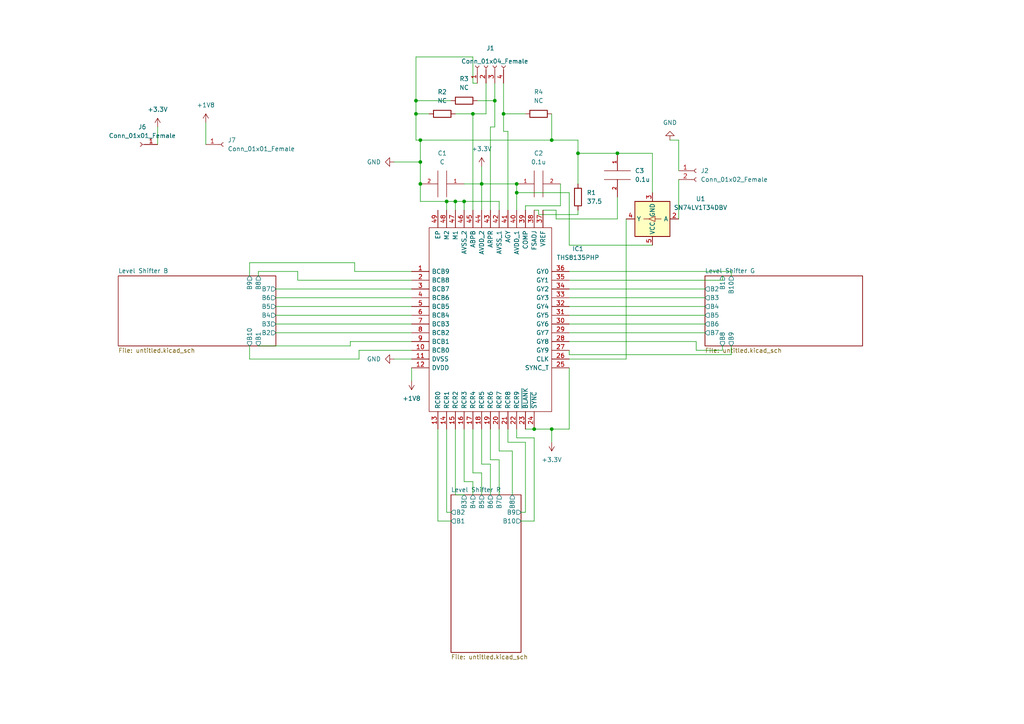
<source format=kicad_sch>
(kicad_sch (version 20211123) (generator eeschema)
  (paper "A4")
  (lib_symbols
    (symbol "Connector:Conn_01x01_Female" (pin_names (offset 1.016) hide)
      (property "Reference" "J" (at 0 2.54 0))
      (property "Value" "Conn_01x01_Female" (at 0 -2.54 0))
      (symbol "Conn_01x01_Female_1_1"
        (polyline (pts (xy -1.27 0) (xy -0.508 0)) (stroke (width 0.1524)))
        (arc (start 0 0.508) (mid -0.508 0) (end 0 -0.508) (stroke (width 0.1524)))
        (pin passive line (at -5.08 0 0) (length 3.81) (name "Pin_1") (number "1"))
      )
    )
    (symbol "Connector:Conn_01x02_Female" (pin_names (offset 1.016) hide)
      (property "Reference" "J" (at 0 2.54 0))
      (property "Value" "Conn_01x02_Female" (at 0 -5.08 0))
      (symbol "Conn_01x02_Female_1_1"
        (arc (start 0 -2.032) (mid -0.508 -2.54) (end 0 -3.048) (stroke (width 0.1524)))
        (polyline (pts (xy -1.27 -2.54) (xy -0.508 -2.54)) (stroke (width 0.1524)))
        (polyline (pts (xy -1.27 0) (xy -0.508 0)) (stroke (width 0.1524)))
        (arc (start 0 0.508) (mid -0.508 0) (end 0 -0.508) (stroke (width 0.1524)))
        (pin passive line (at -5.08 0 0) (length 3.81) (name "Pin_1") (number "1"))
        (pin passive line (at -5.08 -2.54 0) (length 3.81) (name "Pin_2") (number "2"))
      )
    )
    (symbol "Connector:Conn_01x04_Female" (pin_names (offset 1.016) hide)
      (property "Reference" "J" (at 0 5.08 0))
      (property "Value" "Conn_01x04_Female" (at 0 -7.62 0))
      (symbol "Conn_01x04_Female_1_1"
        (arc (start 0 -4.572) (mid -0.508 -5.08) (end 0 -5.588) (stroke (width 0.1524)))
        (arc (start 0 -2.032) (mid -0.508 -2.54) (end 0 -3.048) (stroke (width 0.1524)))
        (polyline (pts (xy -1.27 -5.08) (xy -0.508 -5.08)) (stroke (width 0.1524)))
        (polyline (pts (xy -1.27 -2.54) (xy -0.508 -2.54)) (stroke (width 0.1524)))
        (polyline (pts (xy -1.27 0) (xy -0.508 0)) (stroke (width 0.1524)))
        (polyline (pts (xy -1.27 2.54) (xy -0.508 2.54)) (stroke (width 0.1524)))
        (arc (start 0 0.508) (mid -0.508 0) (end 0 -0.508) (stroke (width 0.1524)))
        (arc (start 0 3.048) (mid -0.508 2.54) (end 0 2.032) (stroke (width 0.1524)))
        (pin passive line (at -5.08 2.54 0) (length 3.81) (name "Pin_1") (number "1"))
        (pin passive line (at -5.08 0 0) (length 3.81) (name "Pin_2") (number "2"))
        (pin passive line (at -5.08 -2.54 0) (length 3.81) (name "Pin_3") (number "3"))
        (pin passive line (at -5.08 -5.08 0) (length 3.81) (name "Pin_4") (number "4"))
      )
    )
    (symbol "Device:R" (pin_numbers hide) (pin_names (offset 0))
      (property "Reference" "R" (at 2.032 0 90))
      (property "Value" "R" (at 0 0 90))
      (symbol "R_0_1"
        (rectangle (start -1.016 -2.54) (end 1.016 2.54) (stroke (width 0.254)))
      )
      (symbol "R_1_1"
        (pin passive line (at 0 3.81 270) (length 1.27) (name "~") (number "1"))
        (pin passive line (at 0 -3.81 90) (length 1.27) (name "~") (number "2"))
      )
    )
    (symbol "Logic_LevelTranslator:SN74LV1T34DBV"
      (property "Reference" "U" (at 5.08 6.35 0))
      (property "Value" "SN74LV1T34DBV" (at 5.08 3.81 0))
      (symbol "SN74LV1T34DBV_0_1"
        (rectangle (start -5.08 5.08) (end 5.08 -5.08) (stroke (width 0.254)) (fill (type background)))
        (polyline (pts (xy -0.762 0) (xy -2.54 0)))
        (polyline (pts (xy 1.016 0) (xy 2.54 0)))
      )
      (symbol "SN74LV1T34DBV_1_1"
        (polyline (pts (xy -0.762 -0.762) (xy -0.762 0.762) (xy 1.016 0) (xy -0.762 -0.762)))
        (pin no_connect line (at -5.08 2.54 0) (length 2.54) hide (name "NC") (number "1"))
        (pin input line (at -7.62 0 0) (length 2.54) (name "A") (number "2"))
        (pin power_in line (at 0 -7.62 90) (length 2.54) (name "GND") (number "3"))
        (pin output line (at 7.62 0 180) (length 2.54) (name "Y") (number "4"))
        (pin power_in line (at 0 7.62 270) (length 2.54) (name "VCC") (number "5"))
      )
    )
    (symbol "THS8135PHP:THS8135PHP" (pin_names (offset 0.762))
      (property "Reference" "IC" (at 41.91 17.78 0))
      (property "Value" "THS8135PHP" (at 41.91 15.24 0))
      (symbol "THS8135PHP_0_0"
        (pin passive line (at 0 0 0) (length 5.08) (name "BCB9") (number "1"))
        (pin passive line (at 0 -22.86 0) (length 5.08) (name "BCB0") (number "10"))
        (pin passive line (at 0 -25.4 0) (length 5.08) (name "DVSS") (number "11"))
        (pin passive line (at 0 -27.94 0) (length 5.08) (name "DVDD") (number "12"))
        (pin passive line (at 7.62 -45.72 90) (length 5.08) (name "RCR0") (number "13"))
        (pin passive line (at 10.16 -45.72 90) (length 5.08) (name "RCR1") (number "14"))
        (pin passive line (at 12.7 -45.72 90) (length 5.08) (name "RCR2") (number "15"))
        (pin passive line (at 15.24 -45.72 90) (length 5.08) (name "RCR3") (number "16"))
        (pin passive line (at 17.78 -45.72 90) (length 5.08) (name "RCR4") (number "17"))
        (pin passive line (at 20.32 -45.72 90) (length 5.08) (name "RCR5") (number "18"))
        (pin passive line (at 22.86 -45.72 90) (length 5.08) (name "RCR6") (number "19"))
        (pin passive line (at 0 -2.54 0) (length 5.08) (name "BCB8") (number "2"))
        (pin passive line (at 25.4 -45.72 90) (length 5.08) (name "RCR7") (number "20"))
        (pin passive line (at 27.94 -45.72 90) (length 5.08) (name "RCR8") (number "21"))
        (pin passive line (at 30.48 -45.72 90) (length 5.08) (name "RCR9") (number "22"))
        (pin passive line (at 33.02 -45.72 90) (length 5.08) (name "~{BLANK}") (number "23"))
        (pin passive line (at 35.56 -45.72 90) (length 5.08) (name "~{SYNC}") (number "24"))
        (pin passive line (at 45.72 -27.94 180) (length 5.08) (name "SYNC_T") (number "25"))
        (pin passive line (at 45.72 -25.4 180) (length 5.08) (name "CLK") (number "26"))
        (pin passive line (at 45.72 -22.86 180) (length 5.08) (name "GY9") (number "27"))
        (pin passive line (at 45.72 -20.32 180) (length 5.08) (name "GY8") (number "28"))
        (pin passive line (at 45.72 -17.78 180) (length 5.08) (name "GY7") (number "29"))
        (pin passive line (at 0 -5.08 0) (length 5.08) (name "BCB7") (number "3"))
        (pin passive line (at 45.72 -15.24 180) (length 5.08) (name "GY6") (number "30"))
        (pin passive line (at 45.72 -12.7 180) (length 5.08) (name "GY5") (number "31"))
        (pin passive line (at 45.72 -10.16 180) (length 5.08) (name "GY4") (number "32"))
        (pin passive line (at 45.72 -7.62 180) (length 5.08) (name "GY3") (number "33"))
        (pin passive line (at 45.72 -5.08 180) (length 5.08) (name "GY2") (number "34"))
        (pin passive line (at 45.72 -2.54 180) (length 5.08) (name "GY1") (number "35"))
        (pin passive line (at 45.72 0 180) (length 5.08) (name "GY0") (number "36"))
        (pin passive line (at 38.1 17.78 270) (length 5.08) (name "VREF") (number "37"))
        (pin passive line (at 35.56 17.78 270) (length 5.08) (name "FSADJ") (number "38"))
        (pin passive line (at 33.02 17.78 270) (length 5.08) (name "COMP") (number "39"))
        (pin passive line (at 0 -7.62 0) (length 5.08) (name "BCB6") (number "4"))
        (pin passive line (at 30.48 17.78 270) (length 5.08) (name "AVDD_1") (number "40"))
        (pin passive line (at 27.94 17.78 270) (length 5.08) (name "AGY") (number "41"))
        (pin passive line (at 25.4 17.78 270) (length 5.08) (name "AVSS_1") (number "42"))
        (pin passive line (at 22.86 17.78 270) (length 5.08) (name "ARPR") (number "43"))
        (pin passive line (at 20.32 17.78 270) (length 5.08) (name "AVDD_2") (number "44"))
        (pin passive line (at 17.78 17.78 270) (length 5.08) (name "ABPB") (number "45"))
        (pin passive line (at 15.24 17.78 270) (length 5.08) (name "AVSS_2") (number "46"))
        (pin passive line (at 12.7 17.78 270) (length 5.08) (name "M1") (number "47"))
        (pin passive line (at 10.16 17.78 270) (length 5.08) (name "M2") (number "48"))
        (pin passive line (at 7.62 17.78 270) (length 5.08) (name "EP") (number "49"))
        (pin passive line (at 0 -10.16 0) (length 5.08) (name "BCB5") (number "5"))
        (pin passive line (at 0 -12.7 0) (length 5.08) (name "BCB4") (number "6"))
        (pin passive line (at 0 -15.24 0) (length 5.08) (name "BCB3") (number "7"))
        (pin passive line (at 0 -17.78 0) (length 5.08) (name "BCB2") (number "8"))
        (pin passive line (at 0 -20.32 0) (length 5.08) (name "BCB1") (number "9"))
      )
      (symbol "THS8135PHP_0_1"
        (polyline (pts (xy 5.08 12.7) (xy 40.64 12.7) (xy 40.64 -40.64) (xy 5.08 -40.64) (xy 5.08 12.7)) (stroke (width 0.1524)))
      )
    )
    (symbol "power:+1V8" (power) (pin_names (offset 0))
      (property "Value" "+1V8" (at 0 3.556 0))
      (symbol "+1V8_0_1"
        (polyline (pts (xy -0.762 1.27) (xy 0 2.54)))
        (polyline (pts (xy 0 0) (xy 0 2.54)))
        (polyline (pts (xy 0 2.54) (xy 0.762 1.27)))
      )
      (symbol "+1V8_1_1"
        (pin power_in line (at 0 0 90) (length 0) hide (name "+1V8") (number "1"))
      )
    )
    (symbol "power:+3.3V" (power) (pin_names (offset 0))
      (property "Value" "+3.3V" (at 0 3.556 0))
      (symbol "+3.3V_0_1"
        (polyline (pts (xy -0.762 1.27) (xy 0 2.54)))
        (polyline (pts (xy 0 0) (xy 0 2.54)))
        (polyline (pts (xy 0 2.54) (xy 0.762 1.27)))
      )
      (symbol "+3.3V_1_1"
        (pin power_in line (at 0 0 90) (length 0) hide (name "+3.3V") (number "1"))
      )
    )
    (symbol "power:GND" (power) (pin_names (offset 0))
      (property "Value" "GND" (at 0 -3.81 0))
      (symbol "GND_0_1"
        (polyline (pts (xy 0 0) (xy 0 -1.27) (xy 1.27 -1.27) (xy 0 -2.54) (xy -1.27 -1.27) (xy 0 -1.27)))
      )
      (symbol "GND_1_1"
        (pin power_in line (at 0 0 270) (length 0) hide (name "GND") (number "1"))
      )
    )
    (symbol "pspice:C" (pin_names (offset 0.254))
      (property "Reference" "C" (at 2.54 3.81 90))
      (property "Value" "C" (at 2.54 -3.81 90))
      (symbol "C_0_1"
        (polyline (pts (xy -3.81 -1.27) (xy 3.81 -1.27)))
        (polyline (pts (xy -3.81 1.27) (xy 3.81 1.27)))
      )
      (symbol "C_1_1"
        (pin passive line (at 0 6.35 270) (length 5.08) (name "~") (number "1"))
        (pin passive line (at 0 -6.35 90) (length 5.08) (name "~") (number "2"))
      )
    )
  )
  (junction (at 146.05 33.02))
  (junction (at 120.65 33.02))
  (junction (at 160.02 124.46))
  (junction (at 139.7 53.34))
  (junction (at 149.86 55.88))
  (junction (at 160.02 40.64))
  (junction (at 179.07 44.45))
  (junction (at 132.08 58.42))
  (junction (at 121.92 46.99))
  (junction (at 129.54 58.42))
  (junction (at 137.16 33.02))
  (junction (at 149.86 53.34))
  (junction (at 154.94 124.46))
  (junction (at 120.65 29.21))
  (junction (at 143.51 29.21))
  (junction (at 134.62 58.42))
  (junction (at 167.64 44.45))
  (junction (at 121.92 40.64))
  (junction (at 121.92 53.34))
  (wire (pts (xy 120.65 40.64) (xy 121.92 40.64)))
  (wire (pts (xy 121.92 40.64) (xy 121.92 46.99)))
  (wire (pts (xy 146.05 33.02) (xy 152.4 33.02)))
  (wire (pts (xy 80.01 88.9) (xy 119.38 88.9)))
  (wire (pts (xy 72.39 104.14) (xy 104.14 104.14)))
  (wire (pts (xy 167.64 40.64) (xy 160.02 40.64)))
  (wire (pts (xy 134.62 58.42) (xy 132.08 58.42)))
  (wire (pts (xy 152.4 148.59) (xy 152.4 128.27)))
  (wire (pts (xy 152.4 128.27) (xy 147.32 128.27)))
  (wire (pts (xy 119.38 104.14) (xy 114.3 104.14)))
  (wire (pts (xy 45.72 36.83) (xy 45.72 41.91)))
  (wire (pts (xy 132.08 33.02) (xy 137.16 33.02)))
  (wire (pts (xy 72.39 80.01) (xy 72.39 76.2)))
  (wire (pts (xy 165.1 78.74) (xy 212.09 78.74)))
  (wire (pts (xy 80.01 86.36) (xy 119.38 86.36)))
  (wire (pts (xy 165.1 86.36) (xy 204.47 86.36)))
  (wire (pts (xy 181.61 63.5) (xy 181.61 104.14)))
  (wire (pts (xy 146.05 24.13) (xy 146.05 33.02)))
  (wire (pts (xy 134.62 139.7) (xy 134.62 124.46)))
  (wire (pts (xy 147.32 60.96) (xy 147.32 38.1)))
  (wire (pts (xy 59.69 35.56) (xy 59.69 41.91)))
  (wire (pts (xy 119.38 106.68) (xy 119.38 110.49)))
  (wire (pts (xy 102.87 78.74) (xy 119.38 78.74)))
  (wire (pts (xy 139.7 48.26) (xy 139.7 53.34)))
  (wire (pts (xy 139.7 143.51) (xy 139.7 137.16)))
  (wire (pts (xy 149.86 55.88) (xy 165.1 55.88)))
  (wire (pts (xy 165.1 99.06) (xy 201.93 99.06)))
  (wire (pts (xy 134.62 143.51) (xy 132.08 143.51)))
  (wire (pts (xy 152.4 59.69) (xy 162.56 59.69)))
  (wire (pts (xy 139.7 53.34) (xy 139.7 60.96)))
  (wire (pts (xy 154.94 151.13) (xy 151.13 151.13)))
  (wire (pts (xy 144.78 133.35) (xy 142.24 133.35)))
  (wire (pts (xy 144.78 60.96) (xy 144.78 58.42)))
  (wire (pts (xy 134.62 53.34) (xy 139.7 53.34)))
  (wire (pts (xy 160.02 124.46) (xy 154.94 124.46)))
  (wire (pts (xy 167.64 60.96) (xy 167.64 62.23)))
  (wire (pts (xy 209.55 80.01) (xy 209.55 81.28)))
  (wire (pts (xy 80.01 96.52) (xy 119.38 96.52)))
  (wire (pts (xy 120.65 33.02) (xy 124.46 33.02)))
  (wire (pts (xy 137.16 139.7) (xy 134.62 139.7)))
  (wire (pts (xy 121.92 40.64) (xy 160.02 40.64)))
  (wire (pts (xy 148.59 130.81) (xy 144.78 130.81)))
  (wire (pts (xy 147.32 128.27) (xy 147.32 124.46)))
  (wire (pts (xy 74.93 78.74) (xy 86.36 78.74)))
  (wire (pts (xy 196.85 52.07) (xy 196.85 63.5)))
  (wire (pts (xy 137.16 16.51) (xy 120.65 16.51)))
  (wire (pts (xy 212.09 80.01) (xy 212.09 78.74)))
  (wire (pts (xy 104.14 104.14) (xy 104.14 101.6)))
  (wire (pts (xy 129.54 58.42) (xy 129.54 60.96)))
  (wire (pts (xy 149.86 55.88) (xy 149.86 53.34)))
  (wire (pts (xy 143.51 36.83) (xy 142.24 36.83)))
  (wire (pts (xy 189.23 44.45) (xy 179.07 44.45)))
  (wire (pts (xy 165.1 93.98) (xy 204.47 93.98)))
  (wire (pts (xy 151.13 148.59) (xy 152.4 148.59)))
  (wire (pts (xy 165.1 55.88) (xy 165.1 71.12)))
  (wire (pts (xy 121.92 46.99) (xy 121.92 53.34)))
  (wire (pts (xy 196.85 49.53) (xy 196.85 40.64)))
  (wire (pts (xy 181.61 104.14) (xy 165.1 104.14)))
  (wire (pts (xy 140.97 24.13) (xy 140.97 33.02)))
  (wire (pts (xy 72.39 76.2) (xy 102.87 76.2)))
  (wire (pts (xy 156.21 62.23) (xy 167.64 62.23)))
  (wire (pts (xy 132.08 58.42) (xy 129.54 58.42)))
  (wire (pts (xy 167.64 44.45) (xy 167.64 40.64)))
  (wire (pts (xy 143.51 29.21) (xy 143.51 36.83)))
  (wire (pts (xy 144.78 130.81) (xy 144.78 124.46)))
  (wire (pts (xy 209.55 101.6) (xy 209.55 100.33)))
  (wire (pts (xy 212.09 102.87) (xy 165.1 102.87)))
  (wire (pts (xy 209.55 81.28) (xy 165.1 81.28)))
  (wire (pts (xy 134.62 58.42) (xy 144.78 58.42)))
  (wire (pts (xy 143.51 24.13) (xy 143.51 29.21)))
  (wire (pts (xy 137.16 137.16) (xy 137.16 124.46)))
  (wire (pts (xy 165.1 96.52) (xy 204.47 96.52)))
  (wire (pts (xy 196.85 40.64) (xy 194.31 40.64)))
  (wire (pts (xy 134.62 60.96) (xy 134.62 58.42)))
  (wire (pts (xy 154.94 127) (xy 154.94 151.13)))
  (wire (pts (xy 86.36 78.74) (xy 86.36 81.28)))
  (wire (pts (xy 102.87 76.2) (xy 102.87 78.74)))
  (wire (pts (xy 137.16 33.02) (xy 137.16 60.96)))
  (wire (pts (xy 152.4 59.69) (xy 152.4 60.96)))
  (wire (pts (xy 80.01 93.98) (xy 119.38 93.98)))
  (wire (pts (xy 138.43 24.13) (xy 137.16 24.13)))
  (wire (pts (xy 129.54 124.46) (xy 129.54 148.59)))
  (wire (pts (xy 160.02 124.46) (xy 160.02 128.27)))
  (wire (pts (xy 101.6 99.06) (xy 119.38 99.06)))
  (wire (pts (xy 132.08 58.42) (xy 132.08 60.96)))
  (wire (pts (xy 101.6 100.33) (xy 101.6 99.06)))
  (wire (pts (xy 146.05 38.1) (xy 147.32 38.1)))
  (wire (pts (xy 179.07 57.15) (xy 179.07 63.5)))
  (wire (pts (xy 149.86 124.46) (xy 149.86 127)))
  (wire (pts (xy 139.7 137.16) (xy 137.16 137.16)))
  (wire (pts (xy 137.16 143.51) (xy 137.16 139.7)))
  (wire (pts (xy 132.08 143.51) (xy 132.08 124.46)))
  (wire (pts (xy 80.01 83.82) (xy 119.38 83.82)))
  (wire (pts (xy 156.21 60.96) (xy 156.21 62.23)))
  (wire (pts (xy 167.64 53.34) (xy 167.64 44.45)))
  (wire (pts (xy 167.64 44.45) (xy 179.07 44.45)))
  (wire (pts (xy 161.29 60.96) (xy 157.48 60.96)))
  (wire (pts (xy 74.93 80.01) (xy 74.93 78.74)))
  (wire (pts (xy 142.24 143.51) (xy 142.24 134.62)))
  (wire (pts (xy 80.01 91.44) (xy 119.38 91.44)))
  (wire (pts (xy 120.65 33.02) (xy 120.65 40.64)))
  (wire (pts (xy 212.09 100.33) (xy 212.09 102.87)))
  (wire (pts (xy 148.59 143.51) (xy 148.59 130.81)))
  (wire (pts (xy 114.3 46.99) (xy 121.92 46.99)))
  (wire (pts (xy 189.23 44.45) (xy 189.23 55.88)))
  (wire (pts (xy 154.94 60.96) (xy 156.21 60.96)))
  (wire (pts (xy 104.14 101.6) (xy 119.38 101.6)))
  (wire (pts (xy 165.1 83.82) (xy 204.47 83.82)))
  (wire (pts (xy 137.16 33.02) (xy 140.97 33.02)))
  (wire (pts (xy 130.81 151.13) (xy 127 151.13)))
  (wire (pts (xy 144.78 143.51) (xy 144.78 133.35)))
  (wire (pts (xy 201.93 101.6) (xy 209.55 101.6)))
  (wire (pts (xy 165.1 102.87) (xy 165.1 101.6)))
  (wire (pts (xy 160.02 33.02) (xy 160.02 40.64)))
  (wire (pts (xy 72.39 100.33) (xy 72.39 104.14)))
  (wire (pts (xy 201.93 99.06) (xy 201.93 101.6)))
  (wire (pts (xy 142.24 133.35) (xy 142.24 124.46)))
  (wire (pts (xy 120.65 29.21) (xy 130.81 29.21)))
  (wire (pts (xy 120.65 16.51) (xy 120.65 29.21)))
  (wire (pts (xy 137.16 24.13) (xy 137.16 16.51)))
  (wire (pts (xy 74.93 100.33) (xy 101.6 100.33)))
  (wire (pts (xy 139.7 134.62) (xy 139.7 124.46)))
  (wire (pts (xy 142.24 36.83) (xy 142.24 60.96)))
  (wire (pts (xy 142.24 134.62) (xy 139.7 134.62)))
  (wire (pts (xy 149.86 53.34) (xy 139.7 53.34)))
  (wire (pts (xy 165.1 88.9) (xy 204.47 88.9)))
  (wire (pts (xy 149.86 127) (xy 154.94 127)))
  (wire (pts (xy 152.4 124.46) (xy 154.94 124.46)))
  (wire (pts (xy 146.05 33.02) (xy 146.05 38.1)))
  (wire (pts (xy 121.92 58.42) (xy 121.92 53.34)))
  (wire (pts (xy 127 151.13) (xy 127 124.46)))
  (wire (pts (xy 86.36 81.28) (xy 119.38 81.28)))
  (wire (pts (xy 165.1 71.12) (xy 189.23 71.12)))
  (wire (pts (xy 165.1 106.68) (xy 165.1 124.46)))
  (wire (pts (xy 129.54 58.42) (xy 121.92 58.42)))
  (wire (pts (xy 161.29 63.5) (xy 161.29 60.96)))
  (wire (pts (xy 120.65 29.21) (xy 120.65 33.02)))
  (wire (pts (xy 138.43 29.21) (xy 143.51 29.21)))
  (wire (pts (xy 162.56 53.34) (xy 162.56 59.69)))
  (wire (pts (xy 130.81 148.59) (xy 129.54 148.59)))
  (wire (pts (xy 149.86 60.96) (xy 149.86 55.88)))
  (wire (pts (xy 165.1 124.46) (xy 160.02 124.46)))
  (wire (pts (xy 165.1 91.44) (xy 204.47 91.44)))
  (wire (pts (xy 179.07 63.5) (xy 161.29 63.5)))
  (symbol (lib_id "pspice:C") (at 179.07 50.8 0) (unit 1)
    (property "Reference" "C3" (at 184.15 49.5299 0) (effects (justify left)))
    (property "Value" "0.1u" (at 184.15 52.0699 0) (effects (justify left)))
    (property "Footprint" "Capacitor_SMD:C_0805_2012Metric" (effects hide))
  )
  (symbol (lib_id "power:+1V8") (at 119.38 110.49 180) (unit 1)
    (property "Reference" "#PWR0102" (effects hide))
    (property "Value" "+1V8" (at 119.38 115.57 0))
  )
  (symbol (lib_id "pspice:C") (at 156.21 53.34 90) (unit 1)
    (property "Reference" "C2" (at 156.21 44.45 90))
    (property "Value" "0.1u" (at 156.21 46.99 90))
    (property "Footprint" "Capacitor_SMD:C_0805_2012Metric" (effects hide))
  )
  (symbol (lib_id "power:GND") (at 114.3 46.99 270) (unit 1)
    (property "Reference" "#PWR0138" (effects hide))
    (property "Value" "GND" (at 110.49 46.9899 90) (effects (justify right)))
  )
  (symbol (lib_id "Device:R") (at 156.21 33.02 90) (unit 1)
    (property "Reference" "R4" (at 156.21 26.67 90))
    (property "Value" "NC" (at 156.21 29.21 90))
    (property "Footprint" "Resistor_SMD:R_0805_2012Metric" (effects hide))
  )
  (symbol (lib_id "power:GND") (at 114.3 104.14 270) (unit 1)
    (property "Reference" "#PWR0139" (effects hide))
    (property "Value" "GND" (at 110.49 104.1399 90) (effects (justify right)))
  )
  (symbol (lib_id "power:GND") (at 194.31 40.64 180) (unit 1)
    (property "Reference" "#PWR0137" (effects hide))
    (property "Value" "GND" (at 194.31 35.56 0))
  )
  (symbol (lib_id "power:+3.3V") (at 139.7 48.26 0) (unit 1)
    (property "Reference" "#PWR0101" (effects hide))
    (property "Value" "+3.3V" (at 139.7 43.18 0))
  )
  (symbol (lib_id "Device:R") (at 134.62 29.21 90) (unit 1)
    (property "Reference" "R3" (at 134.62 22.86 90))
    (property "Value" "NC" (at 134.62 25.4 90))
    (property "Footprint" "Resistor_SMD:R_0805_2012Metric" (effects hide))
  )
  (symbol (lib_id "pspice:C") (at 128.27 53.34 270) (unit 1)
    (property "Reference" "C1" (at 128.27 44.45 90))
    (property "Value" "C" (at 128.27 46.99 90))
    (property "Footprint" "Capacitor_SMD:C_0805_2012Metric" (effects hide))
  )
  (symbol (lib_id "Logic_LevelTranslator:SN74LV1T34DBV") (at 189.23 63.5 180) (unit 1)
    (property "Reference" "U1" (at 203.2 57.6705 0))
    (property "Value" "SN74LV1T34DBV" (at 203.2 60.2105 0))
    (property "Footprint" "Package_TO_SOT_SMD:SOT-23-5" (effects hide))
    (property "Datasheet" "https://www.ti.com/lit/ds/symlink/sn74lv1t34.pdf" (effects hide))
  )
  (symbol (lib_id "power:+3.3V") (at 45.72 36.83 0) (unit 1)
    (property "Reference" "#PWR0140" (effects hide))
    (property "Value" "+3.3V" (at 45.72 31.75 0))
  )
  (symbol (lib_id "Device:R") (at 128.27 33.02 90) (unit 1)
    (property "Reference" "R2" (at 128.27 26.67 90))
    (property "Value" "NC" (at 128.27 29.21 90))
    (property "Footprint" "Resistor_SMD:R_0805_2012Metric" (effects hide))
  )
  (symbol (lib_id "Device:R") (at 167.64 57.15 0) (unit 1)
    (property "Reference" "R1" (at 170.18 55.8799 0) (effects (justify left)))
    (property "Value" "37.5" (at 170.18 58.4199 0) (effects (justify left)))
    (property "Footprint" "Resistor_SMD:R_0805_2012Metric" (effects hide))
  )
  (symbol (lib_id "Connector:Conn_01x01_Female") (at 40.64 41.91 180) (unit 1)
    (property "Reference" "J6" (at 41.275 36.83 0))
    (property "Value" "Conn_01x01_Female" (at 41.275 39.37 0))
    (property "Footprint" "Connector_PinHeader_2.54mm:PinHeader_1x01_P2.54mm_Vertical" (effects hide))
  )
  (symbol (lib_id "power:+3.3V") (at 160.02 128.27 180) (unit 1)
    (property "Reference" "#PWR0103" (effects hide))
    (property "Value" "+3.3V" (at 160.02 133.35 0))
  )
  (symbol (lib_id "Connector:Conn_01x02_Female") (at 201.93 49.53 0) (unit 1)
    (property "Reference" "J2" (at 203.2 49.5299 0) (effects (justify left)))
    (property "Value" "Conn_01x02_Female" (at 203.2 52.0699 0) (effects (justify left)))
    (property "Footprint" "Connector_PinHeader_2.54mm:PinHeader_1x02_P2.54mm_Vertical" (effects hide))
  )
  (symbol (lib_id "Connector:Conn_01x01_Female") (at 64.77 41.91 0) (unit 1)
    (property "Reference" "J7" (at 66.04 40.6399 0) (effects (justify left)))
    (property "Value" "Conn_01x01_Female" (at 66.04 43.1799 0) (effects (justify left)))
    (property "Footprint" "Connector_PinHeader_2.54mm:PinHeader_1x01_P2.54mm_Vertical" (effects hide))
  )
  (symbol (lib_id "power:+1V8") (at 59.69 35.56 0) (unit 1)
    (property "Reference" "#PWR0141" (effects hide))
    (property "Value" "+1V8" (at 59.69 30.48 0))
  )
  (symbol (lib_id "Connector:Conn_01x04_Female") (at 140.97 19.05 90) (unit 1)
    (property "Reference" "J1" (at 142.24 13.97 90))
    (property "Value" "Conn_01x04_Female" (at 143.51 17.78 90))
    (property "Footprint" "Connector_PinHeader_2.54mm:PinHeader_1x04_P2.54mm_Vertical" (effects hide))
  )
  (symbol (lib_id "THS8135PHP:THS8135PHP") (at 119.38 78.74 0) (unit 1)
    (property "Reference" "IC1" (at 167.64 72.1612 0))
    (property "Value" "THS8135PHP" (at 167.64 74.7012 0))
    (property "Footprint" "QFP50P900X900X120-49N" (effects hide))
    (property "Datasheet" "https://www.ti.com/lit/ds/slas343b/slas343b.pdf?ts=1618213590434&ref_url=https%253A%252F%252Fwww.google.com%252F" (effects hide))
    (property "Description" "THS8135PHP, Video DAC, 10 bit- 240Msps 0.015us Serial (SPI), 48-Pin HTQFP" (effects hide))
    (property "Height" "1.2" (effects hide))
    (property "Mouser Part Number" "595-THS8135PHP" (effects hide))
    (property "Mouser Price/Stock" "https://www.mouser.com/Search/Refine.aspx?Keyword=595-THS8135PHP" (effects hide))
    (property "Manufacturer_Name" "Texas Instruments" (effects hide))
    (property "Manufacturer_Part_Number" "THS8135PHP" (effects hide))
  )
  (sheet (at 130.81 143.51) (size 20.32 45.72) (stroke (width 0.1524))
    (property "Sheet name" "Level Shifter R" (at 130.81 142.7984 0) (effects (justify left bottom)))
    (property "Sheet file" "untitled.kicad_sch" (at 130.81 189.8146 0) (effects (justify left top)))
    (pin "B5" output (at 139.7 143.51 90))
    (pin "B6" output (at 142.24 143.51 90))
    (pin "B4" output (at 137.16 143.51 90))
    (pin "B2" output (at 130.81 148.59 180))
    (pin "B10" output (at 151.13 151.13 0))
    (pin "B7" output (at 144.78 143.51 90))
    (pin "B8" output (at 148.59 143.51 90))
    (pin "B3" output (at 134.62 143.51 90))
    (pin "B9" output (at 151.13 148.59 0))
    (pin "B1" output (at 130.81 151.13 180))
  )
  (sheet (at 204.47 80.01) (size 45.72 20.32) (stroke (width 0.1524))
    (property "Sheet name" "Level Shifter G" (at 204.47 79.2984 0) (effects (justify left bottom)))
    (property "Sheet file" "untitled.kicad_sch" (at 204.47 100.9146 0) (effects (justify left top)))
    (pin "B4" output (at 204.47 88.9 180))
    (pin "B5" output (at 204.47 91.44 180))
    (pin "B3" output (at 204.47 86.36 180))
    (pin "B1" output (at 209.55 80.01 90))
    (pin "B9" output (at 212.09 100.33 270))
    (pin "B6" output (at 204.47 93.98 180))
    (pin "B7" output (at 204.47 96.52 180))
    (pin "B2" output (at 204.47 83.82 180))
    (pin "B8" output (at 209.55 100.33 270))
    (pin "B10" output (at 212.09 80.01 90))
  )
  (sheet (at 34.29 80.01) (size 45.72 20.32) (stroke (width 0.1524))
    (property "Sheet name" "Level Shifter B" (at 34.29 79.2984 0) (effects (justify left bottom)))
    (property "Sheet file" "untitled.kicad_sch" (at 34.29 100.9146 0) (effects (justify left top)))
    (pin "B5" output (at 80.01 88.9 0))
    (pin "B4" output (at 80.01 91.44 0))
    (pin "B6" output (at 80.01 86.36 0))
    (pin "B8" output (at 74.93 80.01 90))
    (pin "B10" output (at 72.39 100.33 270))
    (pin "B3" output (at 80.01 93.98 0))
    (pin "B2" output (at 80.01 96.52 0))
    (pin "B7" output (at 80.01 83.82 0))
    (pin "B1" output (at 74.93 100.33 270))
    (pin "B9" output (at 72.39 80.01 90))
  )
)
</source>
